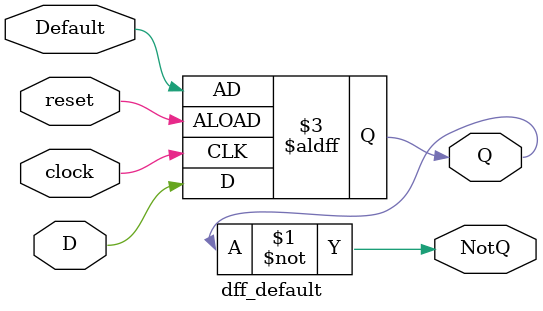
<source format=v>
module dff_default(
    input Default,
    input reset,
    input clock,
    input D,
    output reg Q,
    output NotQ
);
    assign NotQ = ~Q;

    always @(posedge reset, posedge clock) begin
        if (reset) begin
            Q <= Default;
        end else if (clock) begin
            Q <= D;
        end
    end
endmodule

</source>
